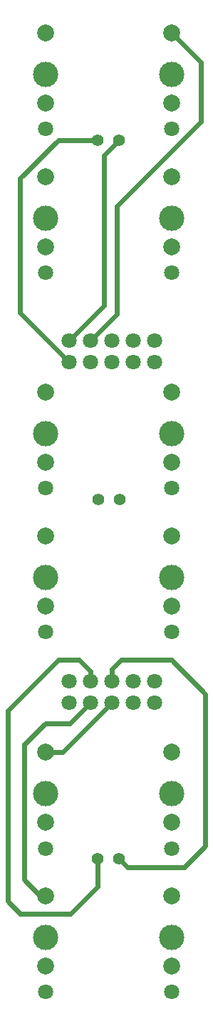
<source format=gtl>
G04 Layer_Physical_Order=1*
G04 Layer_Color=255*
%FSLAX25Y25*%
%MOIN*%
G70*
G01*
G75*
%ADD10C,0.02362*%
%ADD11C,0.07087*%
%ADD12C,0.07874*%
%ADD13C,0.11811*%
%ADD14C,0.07087*%
%ADD15C,0.05512*%
D10*
X53976Y57913D02*
Y70866D01*
X41339Y45276D02*
X53976Y57913D01*
X17717Y45276D02*
X41339D01*
X11811Y51181D02*
X17717Y45276D01*
X40945Y133858D02*
X50630Y143543D01*
X29528Y133858D02*
X40945D01*
X19685Y124016D02*
X29528Y133858D01*
X19685Y61024D02*
Y124016D01*
Y61024D02*
X27087Y53622D01*
X29528D01*
X63976Y70866D02*
X67913Y66929D01*
X94488D01*
X104331Y76772D01*
Y147638D01*
X88583Y163386D02*
X104331Y147638D01*
X64961Y163386D02*
X88583D01*
X60630Y159055D02*
X64961Y163386D01*
X60630Y153543D02*
Y159055D01*
X11811Y51181D02*
Y139764D01*
X35433Y163386D01*
X45276D01*
X50630Y158031D01*
Y153543D02*
Y158031D01*
X37638Y120551D02*
X60630Y143543D01*
X29528Y120551D02*
X37638D01*
X88583Y455590D02*
X102362Y441811D01*
Y414173D02*
Y441811D01*
X62992Y374803D02*
X102362Y414173D01*
X62992Y324567D02*
Y374803D01*
X50630Y312205D02*
X62992Y324567D01*
X57087Y398563D02*
X64035Y405512D01*
X57087Y328661D02*
Y398563D01*
X40630Y312205D02*
X57087Y328661D01*
X35433Y405512D02*
X54035D01*
X17717Y387795D02*
X35433Y405512D01*
X17717Y325118D02*
Y387795D01*
Y325118D02*
X40630Y302205D01*
D11*
X29528Y8740D02*
D03*
Y75669D02*
D03*
X88583D02*
D03*
X29528Y343779D02*
D03*
X88583D02*
D03*
X29528Y176390D02*
D03*
X88583D02*
D03*
X29528Y243386D02*
D03*
Y410709D02*
D03*
X88583D02*
D03*
Y243386D02*
D03*
Y8740D02*
D03*
D12*
X29528Y20945D02*
D03*
Y53622D02*
D03*
Y87874D02*
D03*
Y120551D02*
D03*
X88583Y87874D02*
D03*
Y120551D02*
D03*
X29528Y355984D02*
D03*
Y388661D02*
D03*
X88583Y355984D02*
D03*
Y388661D02*
D03*
X29528Y188594D02*
D03*
Y221272D02*
D03*
X88583Y188594D02*
D03*
Y221272D02*
D03*
X29528Y255591D02*
D03*
Y288268D02*
D03*
Y422913D02*
D03*
Y455590D02*
D03*
X88583Y422913D02*
D03*
Y455590D02*
D03*
Y255591D02*
D03*
Y288268D02*
D03*
Y20945D02*
D03*
Y53622D02*
D03*
D13*
X29528Y34252D02*
D03*
Y101181D02*
D03*
X88583D02*
D03*
X29528Y369291D02*
D03*
X88583D02*
D03*
X29528Y201902D02*
D03*
X88583D02*
D03*
X29528Y268898D02*
D03*
Y436220D02*
D03*
X88583D02*
D03*
Y268898D02*
D03*
Y34252D02*
D03*
D14*
X80630Y302205D02*
D03*
X70630D02*
D03*
X60630D02*
D03*
X50630D02*
D03*
X40630D02*
D03*
Y312205D02*
D03*
X50630D02*
D03*
X60630D02*
D03*
X70630D02*
D03*
X80630D02*
D03*
X40630Y153543D02*
D03*
Y143543D02*
D03*
X50630D02*
D03*
Y153543D02*
D03*
X60630Y143543D02*
D03*
Y153543D02*
D03*
X70630Y143543D02*
D03*
Y153543D02*
D03*
X80630Y143543D02*
D03*
Y153543D02*
D03*
D15*
X54035Y405512D02*
D03*
X64035D02*
D03*
X53976Y70866D02*
D03*
X63976D02*
D03*
X64139Y238090D02*
D03*
X54139D02*
D03*
M02*

</source>
